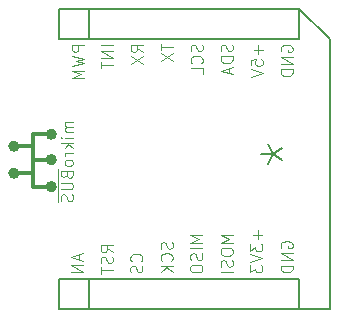
<source format=gbr>
%TF.GenerationSoftware,KiCad,Pcbnew,8.0.0*%
%TF.CreationDate,2024-03-14T09:13:49+01:00*%
%TF.ProjectId,Game_Board_v1,47616d65-5f42-46f6-9172-645f76312e6b,rev?*%
%TF.SameCoordinates,Original*%
%TF.FileFunction,Legend,Bot*%
%TF.FilePolarity,Positive*%
%FSLAX46Y46*%
G04 Gerber Fmt 4.6, Leading zero omitted, Abs format (unit mm)*
G04 Created by KiCad (PCBNEW 8.0.0) date 2024-03-14 09:13:49*
%MOMM*%
%LPD*%
G01*
G04 APERTURE LIST*
%ADD10C,0.050000*%
%ADD11C,0.150000*%
%ADD12C,0.304800*%
%ADD13C,0.127000*%
%ADD14C,0.508000*%
G04 APERTURE END LIST*
D10*
X163011880Y-87683833D02*
X163059500Y-87636214D01*
X163059500Y-87636214D02*
X163107119Y-87493357D01*
X163107119Y-87493357D02*
X163107119Y-87398119D01*
X163107119Y-87398119D02*
X163059500Y-87255262D01*
X163059500Y-87255262D02*
X162964261Y-87160024D01*
X162964261Y-87160024D02*
X162869023Y-87112405D01*
X162869023Y-87112405D02*
X162678547Y-87064786D01*
X162678547Y-87064786D02*
X162535690Y-87064786D01*
X162535690Y-87064786D02*
X162345214Y-87112405D01*
X162345214Y-87112405D02*
X162249976Y-87160024D01*
X162249976Y-87160024D02*
X162154738Y-87255262D01*
X162154738Y-87255262D02*
X162107119Y-87398119D01*
X162107119Y-87398119D02*
X162107119Y-87493357D01*
X162107119Y-87493357D02*
X162154738Y-87636214D01*
X162154738Y-87636214D02*
X162202357Y-87683833D01*
X163059500Y-88064786D02*
X163107119Y-88207643D01*
X163107119Y-88207643D02*
X163107119Y-88445738D01*
X163107119Y-88445738D02*
X163059500Y-88540976D01*
X163059500Y-88540976D02*
X163011880Y-88588595D01*
X163011880Y-88588595D02*
X162916642Y-88636214D01*
X162916642Y-88636214D02*
X162821404Y-88636214D01*
X162821404Y-88636214D02*
X162726166Y-88588595D01*
X162726166Y-88588595D02*
X162678547Y-88540976D01*
X162678547Y-88540976D02*
X162630928Y-88445738D01*
X162630928Y-88445738D02*
X162583309Y-88255262D01*
X162583309Y-88255262D02*
X162535690Y-88160024D01*
X162535690Y-88160024D02*
X162488071Y-88112405D01*
X162488071Y-88112405D02*
X162392833Y-88064786D01*
X162392833Y-88064786D02*
X162297595Y-88064786D01*
X162297595Y-88064786D02*
X162202357Y-88112405D01*
X162202357Y-88112405D02*
X162154738Y-88160024D01*
X162154738Y-88160024D02*
X162107119Y-88255262D01*
X162107119Y-88255262D02*
X162107119Y-88493357D01*
X162107119Y-88493357D02*
X162154738Y-88636214D01*
X168164900Y-69345320D02*
X168212519Y-69488177D01*
X168212519Y-69488177D02*
X168212519Y-69726272D01*
X168212519Y-69726272D02*
X168164900Y-69821510D01*
X168164900Y-69821510D02*
X168117280Y-69869129D01*
X168117280Y-69869129D02*
X168022042Y-69916748D01*
X168022042Y-69916748D02*
X167926804Y-69916748D01*
X167926804Y-69916748D02*
X167831566Y-69869129D01*
X167831566Y-69869129D02*
X167783947Y-69821510D01*
X167783947Y-69821510D02*
X167736328Y-69726272D01*
X167736328Y-69726272D02*
X167688709Y-69535796D01*
X167688709Y-69535796D02*
X167641090Y-69440558D01*
X167641090Y-69440558D02*
X167593471Y-69392939D01*
X167593471Y-69392939D02*
X167498233Y-69345320D01*
X167498233Y-69345320D02*
X167402995Y-69345320D01*
X167402995Y-69345320D02*
X167307757Y-69392939D01*
X167307757Y-69392939D02*
X167260138Y-69440558D01*
X167260138Y-69440558D02*
X167212519Y-69535796D01*
X167212519Y-69535796D02*
X167212519Y-69773891D01*
X167212519Y-69773891D02*
X167260138Y-69916748D01*
X168117280Y-70916748D02*
X168164900Y-70869129D01*
X168164900Y-70869129D02*
X168212519Y-70726272D01*
X168212519Y-70726272D02*
X168212519Y-70631034D01*
X168212519Y-70631034D02*
X168164900Y-70488177D01*
X168164900Y-70488177D02*
X168069661Y-70392939D01*
X168069661Y-70392939D02*
X167974423Y-70345320D01*
X167974423Y-70345320D02*
X167783947Y-70297701D01*
X167783947Y-70297701D02*
X167641090Y-70297701D01*
X167641090Y-70297701D02*
X167450614Y-70345320D01*
X167450614Y-70345320D02*
X167355376Y-70392939D01*
X167355376Y-70392939D02*
X167260138Y-70488177D01*
X167260138Y-70488177D02*
X167212519Y-70631034D01*
X167212519Y-70631034D02*
X167212519Y-70726272D01*
X167212519Y-70726272D02*
X167260138Y-70869129D01*
X167260138Y-70869129D02*
X167307757Y-70916748D01*
X168212519Y-71821510D02*
X168212519Y-71345320D01*
X168212519Y-71345320D02*
X167212519Y-71345320D01*
X158179519Y-69392938D02*
X157179519Y-69392938D01*
X157179519Y-69392938D02*
X157179519Y-69773890D01*
X157179519Y-69773890D02*
X157227138Y-69869128D01*
X157227138Y-69869128D02*
X157274757Y-69916747D01*
X157274757Y-69916747D02*
X157369995Y-69964366D01*
X157369995Y-69964366D02*
X157512852Y-69964366D01*
X157512852Y-69964366D02*
X157608090Y-69916747D01*
X157608090Y-69916747D02*
X157655709Y-69869128D01*
X157655709Y-69869128D02*
X157703328Y-69773890D01*
X157703328Y-69773890D02*
X157703328Y-69392938D01*
X157179519Y-70297700D02*
X158179519Y-70535795D01*
X158179519Y-70535795D02*
X157465233Y-70726271D01*
X157465233Y-70726271D02*
X158179519Y-70916747D01*
X158179519Y-70916747D02*
X157179519Y-71154843D01*
X158179519Y-71535795D02*
X157179519Y-71535795D01*
X157179519Y-71535795D02*
X157893804Y-71869128D01*
X157893804Y-71869128D02*
X157179519Y-72202461D01*
X157179519Y-72202461D02*
X158179519Y-72202461D01*
X168187119Y-85445738D02*
X167187119Y-85445738D01*
X167187119Y-85445738D02*
X167901404Y-85779071D01*
X167901404Y-85779071D02*
X167187119Y-86112404D01*
X167187119Y-86112404D02*
X168187119Y-86112404D01*
X168187119Y-86588595D02*
X167187119Y-86588595D01*
X168139500Y-87017166D02*
X168187119Y-87160023D01*
X168187119Y-87160023D02*
X168187119Y-87398118D01*
X168187119Y-87398118D02*
X168139500Y-87493356D01*
X168139500Y-87493356D02*
X168091880Y-87540975D01*
X168091880Y-87540975D02*
X167996642Y-87588594D01*
X167996642Y-87588594D02*
X167901404Y-87588594D01*
X167901404Y-87588594D02*
X167806166Y-87540975D01*
X167806166Y-87540975D02*
X167758547Y-87493356D01*
X167758547Y-87493356D02*
X167710928Y-87398118D01*
X167710928Y-87398118D02*
X167663309Y-87207642D01*
X167663309Y-87207642D02*
X167615690Y-87112404D01*
X167615690Y-87112404D02*
X167568071Y-87064785D01*
X167568071Y-87064785D02*
X167472833Y-87017166D01*
X167472833Y-87017166D02*
X167377595Y-87017166D01*
X167377595Y-87017166D02*
X167282357Y-87064785D01*
X167282357Y-87064785D02*
X167234738Y-87112404D01*
X167234738Y-87112404D02*
X167187119Y-87207642D01*
X167187119Y-87207642D02*
X167187119Y-87445737D01*
X167187119Y-87445737D02*
X167234738Y-87588594D01*
X167187119Y-88207642D02*
X167187119Y-88398118D01*
X167187119Y-88398118D02*
X167234738Y-88493356D01*
X167234738Y-88493356D02*
X167329976Y-88588594D01*
X167329976Y-88588594D02*
X167520452Y-88636213D01*
X167520452Y-88636213D02*
X167853785Y-88636213D01*
X167853785Y-88636213D02*
X168044261Y-88588594D01*
X168044261Y-88588594D02*
X168139500Y-88493356D01*
X168139500Y-88493356D02*
X168187119Y-88398118D01*
X168187119Y-88398118D02*
X168187119Y-88207642D01*
X168187119Y-88207642D02*
X168139500Y-88112404D01*
X168139500Y-88112404D02*
X168044261Y-88017166D01*
X168044261Y-88017166D02*
X167853785Y-87969547D01*
X167853785Y-87969547D02*
X167520452Y-87969547D01*
X167520452Y-87969547D02*
X167329976Y-88017166D01*
X167329976Y-88017166D02*
X167234738Y-88112404D01*
X167234738Y-88112404D02*
X167187119Y-88207642D01*
X165624900Y-86064786D02*
X165672519Y-86207643D01*
X165672519Y-86207643D02*
X165672519Y-86445738D01*
X165672519Y-86445738D02*
X165624900Y-86540976D01*
X165624900Y-86540976D02*
X165577280Y-86588595D01*
X165577280Y-86588595D02*
X165482042Y-86636214D01*
X165482042Y-86636214D02*
X165386804Y-86636214D01*
X165386804Y-86636214D02*
X165291566Y-86588595D01*
X165291566Y-86588595D02*
X165243947Y-86540976D01*
X165243947Y-86540976D02*
X165196328Y-86445738D01*
X165196328Y-86445738D02*
X165148709Y-86255262D01*
X165148709Y-86255262D02*
X165101090Y-86160024D01*
X165101090Y-86160024D02*
X165053471Y-86112405D01*
X165053471Y-86112405D02*
X164958233Y-86064786D01*
X164958233Y-86064786D02*
X164862995Y-86064786D01*
X164862995Y-86064786D02*
X164767757Y-86112405D01*
X164767757Y-86112405D02*
X164720138Y-86160024D01*
X164720138Y-86160024D02*
X164672519Y-86255262D01*
X164672519Y-86255262D02*
X164672519Y-86493357D01*
X164672519Y-86493357D02*
X164720138Y-86636214D01*
X165577280Y-87636214D02*
X165624900Y-87588595D01*
X165624900Y-87588595D02*
X165672519Y-87445738D01*
X165672519Y-87445738D02*
X165672519Y-87350500D01*
X165672519Y-87350500D02*
X165624900Y-87207643D01*
X165624900Y-87207643D02*
X165529661Y-87112405D01*
X165529661Y-87112405D02*
X165434423Y-87064786D01*
X165434423Y-87064786D02*
X165243947Y-87017167D01*
X165243947Y-87017167D02*
X165101090Y-87017167D01*
X165101090Y-87017167D02*
X164910614Y-87064786D01*
X164910614Y-87064786D02*
X164815376Y-87112405D01*
X164815376Y-87112405D02*
X164720138Y-87207643D01*
X164720138Y-87207643D02*
X164672519Y-87350500D01*
X164672519Y-87350500D02*
X164672519Y-87445738D01*
X164672519Y-87445738D02*
X164720138Y-87588595D01*
X164720138Y-87588595D02*
X164767757Y-87636214D01*
X165672519Y-88064786D02*
X164672519Y-88064786D01*
X165672519Y-88636214D02*
X165101090Y-88207643D01*
X164672519Y-88636214D02*
X165243947Y-88064786D01*
X157217519Y-75889167D02*
X156550852Y-75889167D01*
X156646090Y-75889167D02*
X156598471Y-75936786D01*
X156598471Y-75936786D02*
X156550852Y-76032024D01*
X156550852Y-76032024D02*
X156550852Y-76174881D01*
X156550852Y-76174881D02*
X156598471Y-76270119D01*
X156598471Y-76270119D02*
X156693709Y-76317738D01*
X156693709Y-76317738D02*
X157217519Y-76317738D01*
X156693709Y-76317738D02*
X156598471Y-76365357D01*
X156598471Y-76365357D02*
X156550852Y-76460595D01*
X156550852Y-76460595D02*
X156550852Y-76603452D01*
X156550852Y-76603452D02*
X156598471Y-76698691D01*
X156598471Y-76698691D02*
X156693709Y-76746310D01*
X156693709Y-76746310D02*
X157217519Y-76746310D01*
X157217519Y-77222500D02*
X156550852Y-77222500D01*
X156217519Y-77222500D02*
X156265138Y-77174881D01*
X156265138Y-77174881D02*
X156312757Y-77222500D01*
X156312757Y-77222500D02*
X156265138Y-77270119D01*
X156265138Y-77270119D02*
X156217519Y-77222500D01*
X156217519Y-77222500D02*
X156312757Y-77222500D01*
X157217519Y-77698690D02*
X156217519Y-77698690D01*
X156836566Y-77793928D02*
X157217519Y-78079642D01*
X156550852Y-78079642D02*
X156931804Y-77698690D01*
X157217519Y-78508214D02*
X156550852Y-78508214D01*
X156741328Y-78508214D02*
X156646090Y-78555833D01*
X156646090Y-78555833D02*
X156598471Y-78603452D01*
X156598471Y-78603452D02*
X156550852Y-78698690D01*
X156550852Y-78698690D02*
X156550852Y-78793928D01*
X157217519Y-79270119D02*
X157169900Y-79174881D01*
X157169900Y-79174881D02*
X157122280Y-79127262D01*
X157122280Y-79127262D02*
X157027042Y-79079643D01*
X157027042Y-79079643D02*
X156741328Y-79079643D01*
X156741328Y-79079643D02*
X156646090Y-79127262D01*
X156646090Y-79127262D02*
X156598471Y-79174881D01*
X156598471Y-79174881D02*
X156550852Y-79270119D01*
X156550852Y-79270119D02*
X156550852Y-79412976D01*
X156550852Y-79412976D02*
X156598471Y-79508214D01*
X156598471Y-79508214D02*
X156646090Y-79555833D01*
X156646090Y-79555833D02*
X156741328Y-79603452D01*
X156741328Y-79603452D02*
X157027042Y-79603452D01*
X157027042Y-79603452D02*
X157122280Y-79555833D01*
X157122280Y-79555833D02*
X157169900Y-79508214D01*
X157169900Y-79508214D02*
X157217519Y-79412976D01*
X157217519Y-79412976D02*
X157217519Y-79270119D01*
X156693709Y-80365357D02*
X156741328Y-80508214D01*
X156741328Y-80508214D02*
X156788947Y-80555833D01*
X156788947Y-80555833D02*
X156884185Y-80603452D01*
X156884185Y-80603452D02*
X157027042Y-80603452D01*
X157027042Y-80603452D02*
X157122280Y-80555833D01*
X157122280Y-80555833D02*
X157169900Y-80508214D01*
X157169900Y-80508214D02*
X157217519Y-80412976D01*
X157217519Y-80412976D02*
X157217519Y-80032024D01*
X157217519Y-80032024D02*
X156217519Y-80032024D01*
X156217519Y-80032024D02*
X156217519Y-80365357D01*
X156217519Y-80365357D02*
X156265138Y-80460595D01*
X156265138Y-80460595D02*
X156312757Y-80508214D01*
X156312757Y-80508214D02*
X156407995Y-80555833D01*
X156407995Y-80555833D02*
X156503233Y-80555833D01*
X156503233Y-80555833D02*
X156598471Y-80508214D01*
X156598471Y-80508214D02*
X156646090Y-80460595D01*
X156646090Y-80460595D02*
X156693709Y-80365357D01*
X156693709Y-80365357D02*
X156693709Y-80032024D01*
X156217519Y-81032024D02*
X157027042Y-81032024D01*
X157027042Y-81032024D02*
X157122280Y-81079643D01*
X157122280Y-81079643D02*
X157169900Y-81127262D01*
X157169900Y-81127262D02*
X157217519Y-81222500D01*
X157217519Y-81222500D02*
X157217519Y-81412976D01*
X157217519Y-81412976D02*
X157169900Y-81508214D01*
X157169900Y-81508214D02*
X157122280Y-81555833D01*
X157122280Y-81555833D02*
X157027042Y-81603452D01*
X157027042Y-81603452D02*
X156217519Y-81603452D01*
X157169900Y-82032024D02*
X157217519Y-82174881D01*
X157217519Y-82174881D02*
X157217519Y-82412976D01*
X157217519Y-82412976D02*
X157169900Y-82508214D01*
X157169900Y-82508214D02*
X157122280Y-82555833D01*
X157122280Y-82555833D02*
X157027042Y-82603452D01*
X157027042Y-82603452D02*
X156931804Y-82603452D01*
X156931804Y-82603452D02*
X156836566Y-82555833D01*
X156836566Y-82555833D02*
X156788947Y-82508214D01*
X156788947Y-82508214D02*
X156741328Y-82412976D01*
X156741328Y-82412976D02*
X156693709Y-82222500D01*
X156693709Y-82222500D02*
X156646090Y-82127262D01*
X156646090Y-82127262D02*
X156598471Y-82079643D01*
X156598471Y-82079643D02*
X156503233Y-82032024D01*
X156503233Y-82032024D02*
X156407995Y-82032024D01*
X156407995Y-82032024D02*
X156312757Y-82079643D01*
X156312757Y-82079643D02*
X156265138Y-82127262D01*
X156265138Y-82127262D02*
X156217519Y-82222500D01*
X156217519Y-82222500D02*
X156217519Y-82460595D01*
X156217519Y-82460595D02*
X156265138Y-82603452D01*
X155939900Y-79893929D02*
X155939900Y-82693929D01*
X172886166Y-85064785D02*
X172886166Y-85826690D01*
X173267119Y-85445737D02*
X172505214Y-85445737D01*
X172267119Y-86207642D02*
X172267119Y-86826689D01*
X172267119Y-86826689D02*
X172648071Y-86493356D01*
X172648071Y-86493356D02*
X172648071Y-86636213D01*
X172648071Y-86636213D02*
X172695690Y-86731451D01*
X172695690Y-86731451D02*
X172743309Y-86779070D01*
X172743309Y-86779070D02*
X172838547Y-86826689D01*
X172838547Y-86826689D02*
X173076642Y-86826689D01*
X173076642Y-86826689D02*
X173171880Y-86779070D01*
X173171880Y-86779070D02*
X173219500Y-86731451D01*
X173219500Y-86731451D02*
X173267119Y-86636213D01*
X173267119Y-86636213D02*
X173267119Y-86350499D01*
X173267119Y-86350499D02*
X173219500Y-86255261D01*
X173219500Y-86255261D02*
X173171880Y-86207642D01*
X172267119Y-87112404D02*
X173267119Y-87445737D01*
X173267119Y-87445737D02*
X172267119Y-87779070D01*
X172267119Y-88017166D02*
X172267119Y-88636213D01*
X172267119Y-88636213D02*
X172648071Y-88302880D01*
X172648071Y-88302880D02*
X172648071Y-88445737D01*
X172648071Y-88445737D02*
X172695690Y-88540975D01*
X172695690Y-88540975D02*
X172743309Y-88588594D01*
X172743309Y-88588594D02*
X172838547Y-88636213D01*
X172838547Y-88636213D02*
X173076642Y-88636213D01*
X173076642Y-88636213D02*
X173171880Y-88588594D01*
X173171880Y-88588594D02*
X173219500Y-88540975D01*
X173219500Y-88540975D02*
X173267119Y-88445737D01*
X173267119Y-88445737D02*
X173267119Y-88160023D01*
X173267119Y-88160023D02*
X173219500Y-88064785D01*
X173219500Y-88064785D02*
X173171880Y-88017166D01*
X163132519Y-69964367D02*
X162656328Y-69631034D01*
X163132519Y-69392939D02*
X162132519Y-69392939D01*
X162132519Y-69392939D02*
X162132519Y-69773891D01*
X162132519Y-69773891D02*
X162180138Y-69869129D01*
X162180138Y-69869129D02*
X162227757Y-69916748D01*
X162227757Y-69916748D02*
X162322995Y-69964367D01*
X162322995Y-69964367D02*
X162465852Y-69964367D01*
X162465852Y-69964367D02*
X162561090Y-69916748D01*
X162561090Y-69916748D02*
X162608709Y-69869129D01*
X162608709Y-69869129D02*
X162656328Y-69773891D01*
X162656328Y-69773891D02*
X162656328Y-69392939D01*
X162132519Y-70297701D02*
X163132519Y-70964367D01*
X162132519Y-70964367D02*
X163132519Y-70297701D01*
X172911566Y-69392939D02*
X172911566Y-70154844D01*
X173292519Y-69773891D02*
X172530614Y-69773891D01*
X172292519Y-71107224D02*
X172292519Y-70631034D01*
X172292519Y-70631034D02*
X172768709Y-70583415D01*
X172768709Y-70583415D02*
X172721090Y-70631034D01*
X172721090Y-70631034D02*
X172673471Y-70726272D01*
X172673471Y-70726272D02*
X172673471Y-70964367D01*
X172673471Y-70964367D02*
X172721090Y-71059605D01*
X172721090Y-71059605D02*
X172768709Y-71107224D01*
X172768709Y-71107224D02*
X172863947Y-71154843D01*
X172863947Y-71154843D02*
X173102042Y-71154843D01*
X173102042Y-71154843D02*
X173197280Y-71107224D01*
X173197280Y-71107224D02*
X173244900Y-71059605D01*
X173244900Y-71059605D02*
X173292519Y-70964367D01*
X173292519Y-70964367D02*
X173292519Y-70726272D01*
X173292519Y-70726272D02*
X173244900Y-70631034D01*
X173244900Y-70631034D02*
X173197280Y-70583415D01*
X172292519Y-71440558D02*
X173292519Y-71773891D01*
X173292519Y-71773891D02*
X172292519Y-72107224D01*
X170704900Y-69345319D02*
X170752519Y-69488176D01*
X170752519Y-69488176D02*
X170752519Y-69726271D01*
X170752519Y-69726271D02*
X170704900Y-69821509D01*
X170704900Y-69821509D02*
X170657280Y-69869128D01*
X170657280Y-69869128D02*
X170562042Y-69916747D01*
X170562042Y-69916747D02*
X170466804Y-69916747D01*
X170466804Y-69916747D02*
X170371566Y-69869128D01*
X170371566Y-69869128D02*
X170323947Y-69821509D01*
X170323947Y-69821509D02*
X170276328Y-69726271D01*
X170276328Y-69726271D02*
X170228709Y-69535795D01*
X170228709Y-69535795D02*
X170181090Y-69440557D01*
X170181090Y-69440557D02*
X170133471Y-69392938D01*
X170133471Y-69392938D02*
X170038233Y-69345319D01*
X170038233Y-69345319D02*
X169942995Y-69345319D01*
X169942995Y-69345319D02*
X169847757Y-69392938D01*
X169847757Y-69392938D02*
X169800138Y-69440557D01*
X169800138Y-69440557D02*
X169752519Y-69535795D01*
X169752519Y-69535795D02*
X169752519Y-69773890D01*
X169752519Y-69773890D02*
X169800138Y-69916747D01*
X170752519Y-70345319D02*
X169752519Y-70345319D01*
X169752519Y-70345319D02*
X169752519Y-70583414D01*
X169752519Y-70583414D02*
X169800138Y-70726271D01*
X169800138Y-70726271D02*
X169895376Y-70821509D01*
X169895376Y-70821509D02*
X169990614Y-70869128D01*
X169990614Y-70869128D02*
X170181090Y-70916747D01*
X170181090Y-70916747D02*
X170323947Y-70916747D01*
X170323947Y-70916747D02*
X170514423Y-70869128D01*
X170514423Y-70869128D02*
X170609661Y-70821509D01*
X170609661Y-70821509D02*
X170704900Y-70726271D01*
X170704900Y-70726271D02*
X170752519Y-70583414D01*
X170752519Y-70583414D02*
X170752519Y-70345319D01*
X170466804Y-71297700D02*
X170466804Y-71773890D01*
X170752519Y-71202462D02*
X169752519Y-71535795D01*
X169752519Y-71535795D02*
X170752519Y-71869128D01*
X160592519Y-69392938D02*
X159592519Y-69392938D01*
X160592519Y-69869128D02*
X159592519Y-69869128D01*
X159592519Y-69869128D02*
X160592519Y-70440556D01*
X160592519Y-70440556D02*
X159592519Y-70440556D01*
X159592519Y-70773890D02*
X159592519Y-71345318D01*
X160592519Y-71059604D02*
X159592519Y-71059604D01*
X160592519Y-86921927D02*
X160116328Y-86588594D01*
X160592519Y-86350499D02*
X159592519Y-86350499D01*
X159592519Y-86350499D02*
X159592519Y-86731451D01*
X159592519Y-86731451D02*
X159640138Y-86826689D01*
X159640138Y-86826689D02*
X159687757Y-86874308D01*
X159687757Y-86874308D02*
X159782995Y-86921927D01*
X159782995Y-86921927D02*
X159925852Y-86921927D01*
X159925852Y-86921927D02*
X160021090Y-86874308D01*
X160021090Y-86874308D02*
X160068709Y-86826689D01*
X160068709Y-86826689D02*
X160116328Y-86731451D01*
X160116328Y-86731451D02*
X160116328Y-86350499D01*
X160544900Y-87302880D02*
X160592519Y-87445737D01*
X160592519Y-87445737D02*
X160592519Y-87683832D01*
X160592519Y-87683832D02*
X160544900Y-87779070D01*
X160544900Y-87779070D02*
X160497280Y-87826689D01*
X160497280Y-87826689D02*
X160402042Y-87874308D01*
X160402042Y-87874308D02*
X160306804Y-87874308D01*
X160306804Y-87874308D02*
X160211566Y-87826689D01*
X160211566Y-87826689D02*
X160163947Y-87779070D01*
X160163947Y-87779070D02*
X160116328Y-87683832D01*
X160116328Y-87683832D02*
X160068709Y-87493356D01*
X160068709Y-87493356D02*
X160021090Y-87398118D01*
X160021090Y-87398118D02*
X159973471Y-87350499D01*
X159973471Y-87350499D02*
X159878233Y-87302880D01*
X159878233Y-87302880D02*
X159782995Y-87302880D01*
X159782995Y-87302880D02*
X159687757Y-87350499D01*
X159687757Y-87350499D02*
X159640138Y-87398118D01*
X159640138Y-87398118D02*
X159592519Y-87493356D01*
X159592519Y-87493356D02*
X159592519Y-87731451D01*
X159592519Y-87731451D02*
X159640138Y-87874308D01*
X159592519Y-88160023D02*
X159592519Y-88731451D01*
X160592519Y-88445737D02*
X159592519Y-88445737D01*
X164672519Y-69250081D02*
X164672519Y-69821509D01*
X165672519Y-69535795D02*
X164672519Y-69535795D01*
X164672519Y-70059605D02*
X165672519Y-70726271D01*
X164672519Y-70726271D02*
X165672519Y-70059605D01*
X170752519Y-85445738D02*
X169752519Y-85445738D01*
X169752519Y-85445738D02*
X170466804Y-85779071D01*
X170466804Y-85779071D02*
X169752519Y-86112404D01*
X169752519Y-86112404D02*
X170752519Y-86112404D01*
X169752519Y-86779071D02*
X169752519Y-86969547D01*
X169752519Y-86969547D02*
X169800138Y-87064785D01*
X169800138Y-87064785D02*
X169895376Y-87160023D01*
X169895376Y-87160023D02*
X170085852Y-87207642D01*
X170085852Y-87207642D02*
X170419185Y-87207642D01*
X170419185Y-87207642D02*
X170609661Y-87160023D01*
X170609661Y-87160023D02*
X170704900Y-87064785D01*
X170704900Y-87064785D02*
X170752519Y-86969547D01*
X170752519Y-86969547D02*
X170752519Y-86779071D01*
X170752519Y-86779071D02*
X170704900Y-86683833D01*
X170704900Y-86683833D02*
X170609661Y-86588595D01*
X170609661Y-86588595D02*
X170419185Y-86540976D01*
X170419185Y-86540976D02*
X170085852Y-86540976D01*
X170085852Y-86540976D02*
X169895376Y-86588595D01*
X169895376Y-86588595D02*
X169800138Y-86683833D01*
X169800138Y-86683833D02*
X169752519Y-86779071D01*
X170704900Y-87588595D02*
X170752519Y-87731452D01*
X170752519Y-87731452D02*
X170752519Y-87969547D01*
X170752519Y-87969547D02*
X170704900Y-88064785D01*
X170704900Y-88064785D02*
X170657280Y-88112404D01*
X170657280Y-88112404D02*
X170562042Y-88160023D01*
X170562042Y-88160023D02*
X170466804Y-88160023D01*
X170466804Y-88160023D02*
X170371566Y-88112404D01*
X170371566Y-88112404D02*
X170323947Y-88064785D01*
X170323947Y-88064785D02*
X170276328Y-87969547D01*
X170276328Y-87969547D02*
X170228709Y-87779071D01*
X170228709Y-87779071D02*
X170181090Y-87683833D01*
X170181090Y-87683833D02*
X170133471Y-87636214D01*
X170133471Y-87636214D02*
X170038233Y-87588595D01*
X170038233Y-87588595D02*
X169942995Y-87588595D01*
X169942995Y-87588595D02*
X169847757Y-87636214D01*
X169847757Y-87636214D02*
X169800138Y-87683833D01*
X169800138Y-87683833D02*
X169752519Y-87779071D01*
X169752519Y-87779071D02*
X169752519Y-88017166D01*
X169752519Y-88017166D02*
X169800138Y-88160023D01*
X170752519Y-88588595D02*
X169752519Y-88588595D01*
D11*
X173200176Y-78622500D02*
X174152557Y-78622500D01*
X173771604Y-77789167D02*
X174152557Y-78622500D01*
X174152557Y-78622500D02*
X173771604Y-79455833D01*
X174914461Y-78122500D02*
X174152557Y-78622500D01*
X174152557Y-78622500D02*
X174914461Y-79122500D01*
D10*
X174880138Y-86540976D02*
X174832519Y-86445738D01*
X174832519Y-86445738D02*
X174832519Y-86302881D01*
X174832519Y-86302881D02*
X174880138Y-86160024D01*
X174880138Y-86160024D02*
X174975376Y-86064786D01*
X174975376Y-86064786D02*
X175070614Y-86017167D01*
X175070614Y-86017167D02*
X175261090Y-85969548D01*
X175261090Y-85969548D02*
X175403947Y-85969548D01*
X175403947Y-85969548D02*
X175594423Y-86017167D01*
X175594423Y-86017167D02*
X175689661Y-86064786D01*
X175689661Y-86064786D02*
X175784900Y-86160024D01*
X175784900Y-86160024D02*
X175832519Y-86302881D01*
X175832519Y-86302881D02*
X175832519Y-86398119D01*
X175832519Y-86398119D02*
X175784900Y-86540976D01*
X175784900Y-86540976D02*
X175737280Y-86588595D01*
X175737280Y-86588595D02*
X175403947Y-86588595D01*
X175403947Y-86588595D02*
X175403947Y-86398119D01*
X175832519Y-87017167D02*
X174832519Y-87017167D01*
X174832519Y-87017167D02*
X175832519Y-87588595D01*
X175832519Y-87588595D02*
X174832519Y-87588595D01*
X175832519Y-88064786D02*
X174832519Y-88064786D01*
X174832519Y-88064786D02*
X174832519Y-88302881D01*
X174832519Y-88302881D02*
X174880138Y-88445738D01*
X174880138Y-88445738D02*
X174975376Y-88540976D01*
X174975376Y-88540976D02*
X175070614Y-88588595D01*
X175070614Y-88588595D02*
X175261090Y-88636214D01*
X175261090Y-88636214D02*
X175403947Y-88636214D01*
X175403947Y-88636214D02*
X175594423Y-88588595D01*
X175594423Y-88588595D02*
X175689661Y-88540976D01*
X175689661Y-88540976D02*
X175784900Y-88445738D01*
X175784900Y-88445738D02*
X175832519Y-88302881D01*
X175832519Y-88302881D02*
X175832519Y-88064786D01*
X174880138Y-69916748D02*
X174832519Y-69821510D01*
X174832519Y-69821510D02*
X174832519Y-69678653D01*
X174832519Y-69678653D02*
X174880138Y-69535796D01*
X174880138Y-69535796D02*
X174975376Y-69440558D01*
X174975376Y-69440558D02*
X175070614Y-69392939D01*
X175070614Y-69392939D02*
X175261090Y-69345320D01*
X175261090Y-69345320D02*
X175403947Y-69345320D01*
X175403947Y-69345320D02*
X175594423Y-69392939D01*
X175594423Y-69392939D02*
X175689661Y-69440558D01*
X175689661Y-69440558D02*
X175784900Y-69535796D01*
X175784900Y-69535796D02*
X175832519Y-69678653D01*
X175832519Y-69678653D02*
X175832519Y-69773891D01*
X175832519Y-69773891D02*
X175784900Y-69916748D01*
X175784900Y-69916748D02*
X175737280Y-69964367D01*
X175737280Y-69964367D02*
X175403947Y-69964367D01*
X175403947Y-69964367D02*
X175403947Y-69773891D01*
X175832519Y-70392939D02*
X174832519Y-70392939D01*
X174832519Y-70392939D02*
X175832519Y-70964367D01*
X175832519Y-70964367D02*
X174832519Y-70964367D01*
X175832519Y-71440558D02*
X174832519Y-71440558D01*
X174832519Y-71440558D02*
X174832519Y-71678653D01*
X174832519Y-71678653D02*
X174880138Y-71821510D01*
X174880138Y-71821510D02*
X174975376Y-71916748D01*
X174975376Y-71916748D02*
X175070614Y-71964367D01*
X175070614Y-71964367D02*
X175261090Y-72011986D01*
X175261090Y-72011986D02*
X175403947Y-72011986D01*
X175403947Y-72011986D02*
X175594423Y-71964367D01*
X175594423Y-71964367D02*
X175689661Y-71916748D01*
X175689661Y-71916748D02*
X175784900Y-71821510D01*
X175784900Y-71821510D02*
X175832519Y-71678653D01*
X175832519Y-71678653D02*
X175832519Y-71440558D01*
X157766804Y-87112404D02*
X157766804Y-87588594D01*
X158052519Y-87017166D02*
X157052519Y-87350499D01*
X157052519Y-87350499D02*
X158052519Y-87683832D01*
X158052519Y-88017166D02*
X157052519Y-88017166D01*
X157052519Y-88017166D02*
X158052519Y-88588594D01*
X158052519Y-88588594D02*
X157052519Y-88588594D01*
D12*
%TO.C,CON1*%
X153877700Y-76928500D02*
X153877700Y-77944500D01*
X153877700Y-76928500D02*
X155401700Y-76928500D01*
X153877700Y-77944500D02*
X152226700Y-77944500D01*
X153877700Y-77944500D02*
X153877700Y-79087500D01*
X153877700Y-79087500D02*
X153877700Y-80230500D01*
X153877700Y-79087500D02*
X155401700Y-79087500D01*
X153877700Y-80230500D02*
X152226700Y-80230500D01*
X153877700Y-80230500D02*
X153877700Y-81373500D01*
X153877700Y-81373500D02*
X155401700Y-81373500D01*
D13*
X156087500Y-66292500D02*
X176407500Y-66292500D01*
X156087500Y-68832500D02*
X156087500Y-66292500D01*
X156087500Y-68832500D02*
X158627500Y-68832500D01*
X156087500Y-89152500D02*
X156087500Y-91692500D01*
X156087500Y-91692500D02*
X158627500Y-91692500D01*
X158627500Y-68832500D02*
X158627500Y-66292500D01*
X158627500Y-68832500D02*
X176407500Y-68832500D01*
X158627500Y-89152500D02*
X156087500Y-89152500D01*
X158627500Y-91692500D02*
X158627500Y-89152500D01*
X158627500Y-91692500D02*
X176407500Y-91692500D01*
X176387500Y-91702500D02*
X179007500Y-91702500D01*
X176407500Y-66292500D02*
X178997500Y-68832500D01*
X176407500Y-68832500D02*
X176407500Y-66292500D01*
X176407500Y-89152500D02*
X158627500Y-89152500D01*
X176407500Y-91692500D02*
X176407500Y-89152500D01*
X179007500Y-91702500D02*
X178987500Y-68832500D01*
D14*
X152455300Y-77944500D02*
G75*
G02*
X151998100Y-77944500I-228600J0D01*
G01*
X151998100Y-77944500D02*
G75*
G02*
X152455300Y-77944500I228600J0D01*
G01*
X152455300Y-80230500D02*
G75*
G02*
X151998100Y-80230500I-228600J0D01*
G01*
X151998100Y-80230500D02*
G75*
G02*
X152455300Y-80230500I228600J0D01*
G01*
X155630300Y-76928500D02*
G75*
G02*
X155173100Y-76928500I-228600J0D01*
G01*
X155173100Y-76928500D02*
G75*
G02*
X155630300Y-76928500I228600J0D01*
G01*
X155630300Y-79087500D02*
G75*
G02*
X155173100Y-79087500I-228600J0D01*
G01*
X155173100Y-79087500D02*
G75*
G02*
X155630300Y-79087500I228600J0D01*
G01*
X155630300Y-81373500D02*
G75*
G02*
X155173100Y-81373500I-228600J0D01*
G01*
X155173100Y-81373500D02*
G75*
G02*
X155630300Y-81373500I228600J0D01*
G01*
%TD*%
M02*

</source>
